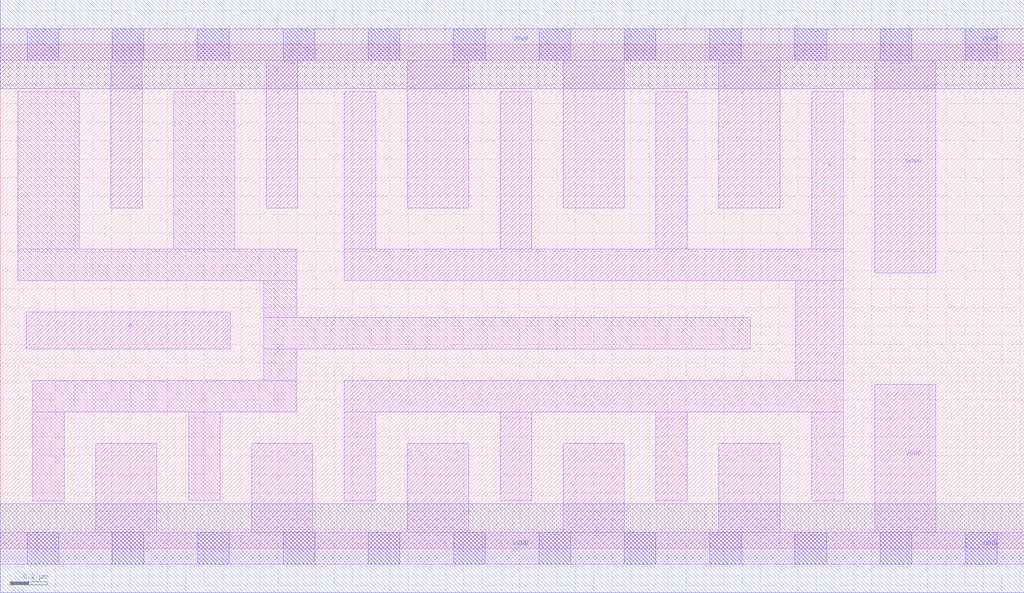
<source format=lef>
# Copyright 2020 The SkyWater PDK Authors
#
# Licensed under the Apache License, Version 2.0 (the "License");
# you may not use this file except in compliance with the License.
# You may obtain a copy of the License at
#
#     https://www.apache.org/licenses/LICENSE-2.0
#
# Unless required by applicable law or agreed to in writing, software
# distributed under the License is distributed on an "AS IS" BASIS,
# WITHOUT WARRANTIES OR CONDITIONS OF ANY KIND, either express or implied.
# See the License for the specific language governing permissions and
# limitations under the License.
#
# SPDX-License-Identifier: Apache-2.0

VERSION 5.7 ;
  NAMESCASESENSITIVE ON ;
  NOWIREEXTENSIONATPIN ON ;
  DIVIDERCHAR "/" ;
  BUSBITCHARS "[]" ;
UNITS
  DATABASE MICRONS 200 ;
END UNITS
MACRO sky130_fd_sc_hd__buf_8
  CLASS CORE ;
  SOURCE USER ;
  FOREIGN sky130_fd_sc_hd__buf_8 ;
  ORIGIN  0.000000  0.000000 ;
  SIZE  5.520000 BY  2.720000 ;
  SYMMETRY X Y R90 ;
  SITE unithd ;
  PIN A
    ANTENNAGATEAREA  0.742500 ;
    DIRECTION INPUT ;
    USE SIGNAL ;
    PORT
      LAYER li1 ;
        RECT 0.140000 1.075000 1.240000 1.275000 ;
    END
  END A
  PIN X
    ANTENNADIFFAREA  1.782000 ;
    DIRECTION OUTPUT ;
    USE SIGNAL ;
    PORT
      LAYER li1 ;
        RECT 1.855000 0.255000 2.025000 0.735000 ;
        RECT 1.855000 0.735000 4.545000 0.905000 ;
        RECT 1.855000 1.445000 4.545000 1.615000 ;
        RECT 1.855000 1.615000 2.025000 2.465000 ;
        RECT 2.695000 0.255000 2.865000 0.735000 ;
        RECT 2.695000 1.615000 2.865000 2.465000 ;
        RECT 3.535000 0.255000 3.705000 0.735000 ;
        RECT 3.535000 1.615000 3.705000 2.465000 ;
        RECT 4.290000 0.905000 4.545000 1.445000 ;
        RECT 4.375000 0.255000 4.545000 0.735000 ;
        RECT 4.375000 1.615000 4.545000 2.465000 ;
    END
  END X
  PIN VGND
    DIRECTION INOUT ;
    SHAPE ABUTMENT ;
    USE GROUND ;
    PORT
      LAYER li1 ;
        RECT 0.000000 -0.085000 5.520000 0.085000 ;
        RECT 0.515000  0.085000 0.845000 0.565000 ;
        RECT 1.355000  0.085000 1.685000 0.565000 ;
        RECT 2.195000  0.085000 2.525000 0.565000 ;
        RECT 3.035000  0.085000 3.365000 0.565000 ;
        RECT 3.875000  0.085000 4.205000 0.565000 ;
        RECT 4.715000  0.085000 5.045000 0.885000 ;
      LAYER mcon ;
        RECT 0.145000 -0.085000 0.315000 0.085000 ;
        RECT 0.605000 -0.085000 0.775000 0.085000 ;
        RECT 1.065000 -0.085000 1.235000 0.085000 ;
        RECT 1.525000 -0.085000 1.695000 0.085000 ;
        RECT 1.985000 -0.085000 2.155000 0.085000 ;
        RECT 2.445000 -0.085000 2.615000 0.085000 ;
        RECT 2.905000 -0.085000 3.075000 0.085000 ;
        RECT 3.365000 -0.085000 3.535000 0.085000 ;
        RECT 3.825000 -0.085000 3.995000 0.085000 ;
        RECT 4.285000 -0.085000 4.455000 0.085000 ;
        RECT 4.745000 -0.085000 4.915000 0.085000 ;
        RECT 5.205000 -0.085000 5.375000 0.085000 ;
      LAYER met1 ;
        RECT 0.000000 -0.240000 5.520000 0.240000 ;
    END
  END VGND
  PIN VPWR
    DIRECTION INOUT ;
    SHAPE ABUTMENT ;
    USE POWER ;
    PORT
      LAYER li1 ;
        RECT 0.000000 2.635000 5.520000 2.805000 ;
        RECT 0.595000 1.835000 0.765000 2.635000 ;
        RECT 1.435000 1.835000 1.605000 2.635000 ;
        RECT 2.195000 1.835000 2.525000 2.635000 ;
        RECT 3.035000 1.835000 3.365000 2.635000 ;
        RECT 3.875000 1.835000 4.205000 2.635000 ;
        RECT 4.715000 1.485000 5.045000 2.635000 ;
      LAYER mcon ;
        RECT 0.145000 2.635000 0.315000 2.805000 ;
        RECT 0.605000 2.635000 0.775000 2.805000 ;
        RECT 1.065000 2.635000 1.235000 2.805000 ;
        RECT 1.525000 2.635000 1.695000 2.805000 ;
        RECT 1.985000 2.635000 2.155000 2.805000 ;
        RECT 2.445000 2.635000 2.615000 2.805000 ;
        RECT 2.905000 2.635000 3.075000 2.805000 ;
        RECT 3.365000 2.635000 3.535000 2.805000 ;
        RECT 3.825000 2.635000 3.995000 2.805000 ;
        RECT 4.285000 2.635000 4.455000 2.805000 ;
        RECT 4.745000 2.635000 4.915000 2.805000 ;
        RECT 5.205000 2.635000 5.375000 2.805000 ;
      LAYER met1 ;
        RECT 0.000000 2.480000 5.520000 2.960000 ;
    END
  END VPWR
  OBS
    LAYER li1 ;
      RECT 0.095000 1.445000 1.595000 1.615000 ;
      RECT 0.095000 1.615000 0.425000 2.465000 ;
      RECT 0.175000 0.255000 0.345000 0.735000 ;
      RECT 0.175000 0.735000 1.595000 0.905000 ;
      RECT 0.935000 1.615000 1.265000 2.465000 ;
      RECT 1.015000 0.260000 1.185000 0.735000 ;
      RECT 1.420000 0.905000 1.595000 1.075000 ;
      RECT 1.420000 1.075000 4.045000 1.245000 ;
      RECT 1.420000 1.245000 1.595000 1.445000 ;
  END
END sky130_fd_sc_hd__buf_8
END LIBRARY

</source>
